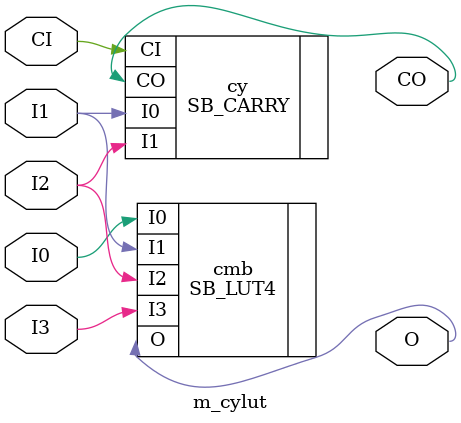
<source format=v>
module m_cylut
  # ( parameter v=16'h0 )
   (
    input  CI,
    input  I0,I1,I2,I3,
    output CO,O
    );
   SB_LUT4 #(.LUT_INIT(v)) cmb( .O(O), .I3(I3), .I2(I2), .I1(I1), .I0(I0) );
   SB_CARRY cy(               .CO(CO), .CI(CI), .I1(I2), .I0(I1));
   
endmodule

</source>
